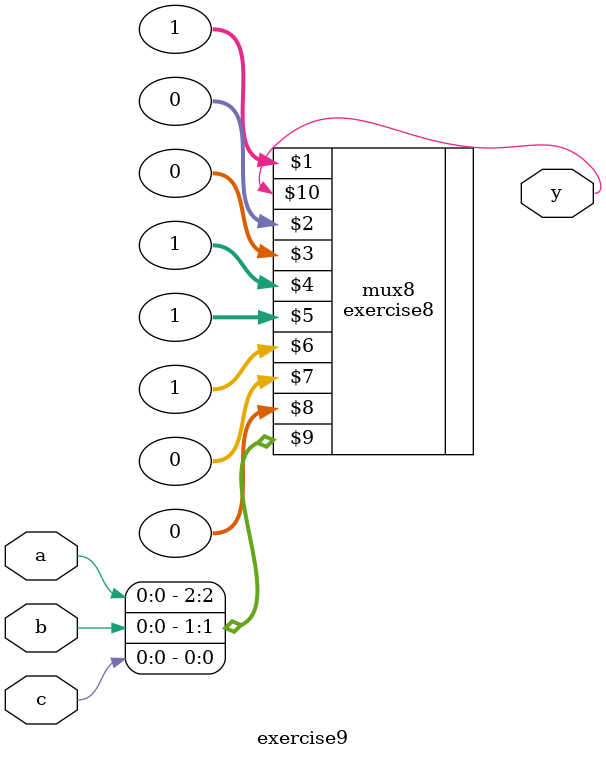
<source format=sv>
module exercise9
(
	input logic a, b, c,
	output logic y
);
	exercise8 mux8(1, 0, 0, 1,
		1, 1, 0, 0, {a, b, c}, y);
endmodule

</source>
